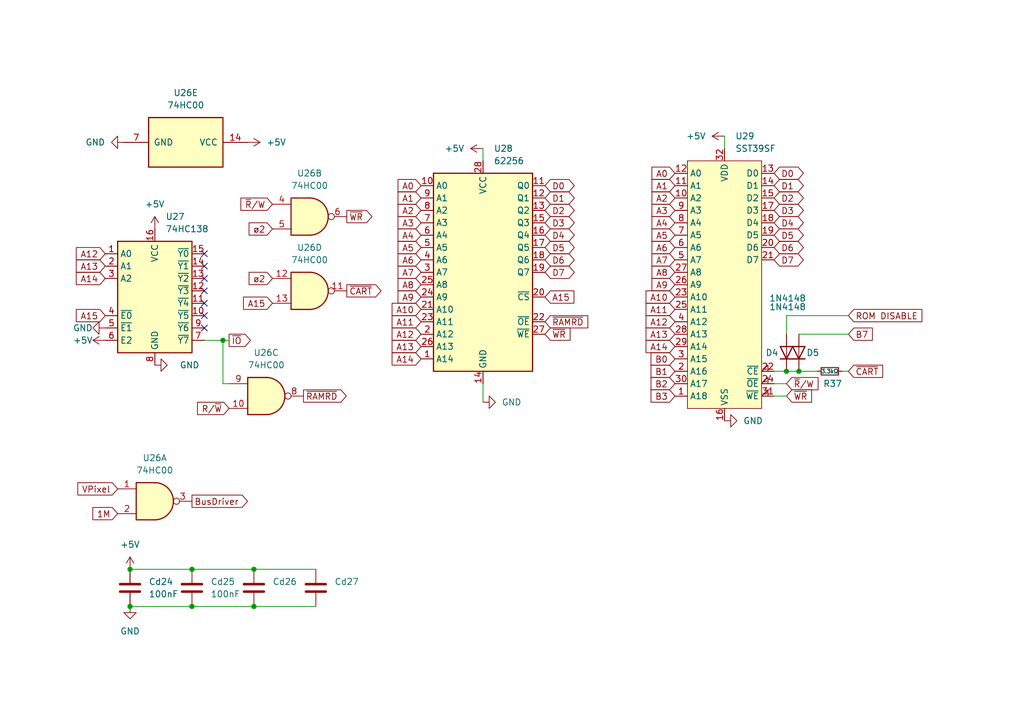
<source format=kicad_sch>
(kicad_sch (version 20231120) (generator "eeschema") (generator_version "8.0")
  (paper "A5")
  (title_block (title "Memory Mapping and RAM"))
  (lib_symbols
    (symbol "74xx:74HC00" (pin_names (offset 1.016))
      (property "Reference" "U" (at 0 1.27 0))
      (property "Value" "74HC00" (at 0 -1.27 0))
      (symbol "74HC00_1_1"
        (arc (start 0 -3.81) (mid 3.7934 0) (end 0 3.81) (stroke (width 0.254)) (fill (type background)))
        (polyline (pts (xy 0 3.81) (xy -3.81 3.81) (xy -3.81 -3.81) (xy 0 -3.81)) (stroke (width 0.254)) (fill (type background)))
        (pin input line (at -7.62 2.54 0) (length 3.81) (name "~") (number "1"))
        (pin input line (at -7.62 -2.54 0) (length 3.81) (name "~") (number "2"))
        (pin output inverted (at 7.62 0 180) (length 3.81) (name "~") (number "3"))
      )
      (symbol "74HC00_1_2"
        (arc (start -3.81 -3.81) (mid -2.589 0) (end -3.81 3.81) (stroke (width 0.254)))
        (arc (start -0.6096 -3.81) (mid 2.1842 -2.5851) (end 3.81 0) (stroke (width 0.254)) (fill (type background)))
        (polyline (pts (xy -3.81 -3.81) (xy -0.635 -3.81)) (stroke (width 0.254)) (fill (type background)))
        (polyline (pts (xy -3.81 3.81) (xy -0.635 3.81)) (stroke (width 0.254)) (fill (type background)))
        (polyline (pts (xy -0.635 3.81) (xy -3.81 3.81) (xy -3.81 3.81) (xy -3.556 3.4036) (xy -3.0226 2.2606) (xy -2.6924 1.0414) (xy -2.6162 -0.254) (xy -2.7686 -1.4986) (xy -3.175 -2.7178) (xy -3.81 -3.81) (xy -3.81 -3.81) (xy -0.635 -3.81)) (stroke (width -25.4)) (fill (type background)))
        (arc (start 3.81 0) (mid 2.1915 2.5936) (end -0.6096 3.81) (stroke (width 0.254)) (fill (type background)))
        (pin input inverted (at -7.62 2.54 0) (length 4.318) (name "~") (number "1"))
        (pin input inverted (at -7.62 -2.54 0) (length 4.318) (name "~") (number "2"))
        (pin output line (at 7.62 0 180) (length 3.81) (name "~") (number "3"))
      )
      (symbol "74HC00_2_1"
        (arc (start 0 -3.81) (mid 3.7934 0) (end 0 3.81) (stroke (width 0.254)) (fill (type background)))
        (polyline (pts (xy 0 3.81) (xy -3.81 3.81) (xy -3.81 -3.81) (xy 0 -3.81)) (stroke (width 0.254)) (fill (type background)))
        (pin input line (at -7.62 2.54 0) (length 3.81) (name "~") (number "4"))
        (pin input line (at -7.62 -2.54 0) (length 3.81) (name "~") (number "5"))
        (pin output inverted (at 7.62 0 180) (length 3.81) (name "~") (number "6"))
      )
      (symbol "74HC00_2_2"
        (arc (start -3.81 -3.81) (mid -2.589 0) (end -3.81 3.81) (stroke (width 0.254)))
        (arc (start -0.6096 -3.81) (mid 2.1842 -2.5851) (end 3.81 0) (stroke (width 0.254)) (fill (type background)))
        (polyline (pts (xy -3.81 -3.81) (xy -0.635 -3.81)) (stroke (width 0.254)) (fill (type background)))
        (polyline (pts (xy -3.81 3.81) (xy -0.635 3.81)) (stroke (width 0.254)) (fill (type background)))
        (polyline (pts (xy -0.635 3.81) (xy -3.81 3.81) (xy -3.81 3.81) (xy -3.556 3.4036) (xy -3.0226 2.2606) (xy -2.6924 1.0414) (xy -2.6162 -0.254) (xy -2.7686 -1.4986) (xy -3.175 -2.7178) (xy -3.81 -3.81) (xy -3.81 -3.81) (xy -0.635 -3.81)) (stroke (width -25.4)) (fill (type background)))
        (arc (start 3.81 0) (mid 2.1915 2.5936) (end -0.6096 3.81) (stroke (width 0.254)) (fill (type background)))
        (pin input inverted (at -7.62 2.54 0) (length 4.318) (name "~") (number "4"))
        (pin input inverted (at -7.62 -2.54 0) (length 4.318) (name "~") (number "5"))
        (pin output line (at 7.62 0 180) (length 3.81) (name "~") (number "6"))
      )
      (symbol "74HC00_3_1"
        (arc (start 0 -3.81) (mid 3.7934 0) (end 0 3.81) (stroke (width 0.254)) (fill (type background)))
        (polyline (pts (xy 0 3.81) (xy -3.81 3.81) (xy -3.81 -3.81) (xy 0 -3.81)) (stroke (width 0.254)) (fill (type background)))
        (pin input line (at -7.62 -2.54 0) (length 3.81) (name "~") (number "10"))
        (pin output inverted (at 7.62 0 180) (length 3.81) (name "~") (number "8"))
        (pin input line (at -7.62 2.54 0) (length 3.81) (name "~") (number "9"))
      )
      (symbol "74HC00_3_2"
        (arc (start -3.81 -3.81) (mid -2.589 0) (end -3.81 3.81) (stroke (width 0.254)))
        (arc (start -0.6096 -3.81) (mid 2.1842 -2.5851) (end 3.81 0) (stroke (width 0.254)) (fill (type background)))
        (polyline (pts (xy -3.81 -3.81) (xy -0.635 -3.81)) (stroke (width 0.254)) (fill (type background)))
        (polyline (pts (xy -3.81 3.81) (xy -0.635 3.81)) (stroke (width 0.254)) (fill (type background)))
        (polyline (pts (xy -0.635 3.81) (xy -3.81 3.81) (xy -3.81 3.81) (xy -3.556 3.4036) (xy -3.0226 2.2606) (xy -2.6924 1.0414) (xy -2.6162 -0.254) (xy -2.7686 -1.4986) (xy -3.175 -2.7178) (xy -3.81 -3.81) (xy -3.81 -3.81) (xy -0.635 -3.81)) (stroke (width -25.4)) (fill (type background)))
        (arc (start 3.81 0) (mid 2.1915 2.5936) (end -0.6096 3.81) (stroke (width 0.254)) (fill (type background)))
        (pin input inverted (at -7.62 -2.54 0) (length 4.318) (name "~") (number "10"))
        (pin output line (at 7.62 0 180) (length 3.81) (name "~") (number "8"))
        (pin input inverted (at -7.62 2.54 0) (length 4.318) (name "~") (number "9"))
      )
      (symbol "74HC00_4_1"
        (arc (start 0 -3.81) (mid 3.7934 0) (end 0 3.81) (stroke (width 0.254)) (fill (type background)))
        (polyline (pts (xy 0 3.81) (xy -3.81 3.81) (xy -3.81 -3.81) (xy 0 -3.81)) (stroke (width 0.254)) (fill (type background)))
        (pin output inverted (at 7.62 0 180) (length 3.81) (name "~") (number "11"))
        (pin input line (at -7.62 2.54 0) (length 3.81) (name "~") (number "12"))
        (pin input line (at -7.62 -2.54 0) (length 3.81) (name "~") (number "13"))
      )
      (symbol "74HC00_4_2"
        (arc (start -3.81 -3.81) (mid -2.589 0) (end -3.81 3.81) (stroke (width 0.254)))
        (arc (start -0.6096 -3.81) (mid 2.1842 -2.5851) (end 3.81 0) (stroke (width 0.254)) (fill (type background)))
        (polyline (pts (xy -3.81 -3.81) (xy -0.635 -3.81)) (stroke (width 0.254)) (fill (type background)))
        (polyline (pts (xy -3.81 3.81) (xy -0.635 3.81)) (stroke (width 0.254)) (fill (type background)))
        (polyline (pts (xy -0.635 3.81) (xy -3.81 3.81) (xy -3.81 3.81) (xy -3.556 3.4036) (xy -3.0226 2.2606) (xy -2.6924 1.0414) (xy -2.6162 -0.254) (xy -2.7686 -1.4986) (xy -3.175 -2.7178) (xy -3.81 -3.81) (xy -3.81 -3.81) (xy -0.635 -3.81)) (stroke (width -25.4)) (fill (type background)))
        (arc (start 3.81 0) (mid 2.1915 2.5936) (end -0.6096 3.81) (stroke (width 0.254)) (fill (type background)))
        (pin output line (at 7.62 0 180) (length 3.81) (name "~") (number "11"))
        (pin input inverted (at -7.62 2.54 0) (length 4.318) (name "~") (number "12"))
        (pin input inverted (at -7.62 -2.54 0) (length 4.318) (name "~") (number "13"))
      )
      (symbol "74HC00_5_0"
        (pin power_in line (at 0 12.7 270) (length 5.08) (name "VCC") (number "14"))
        (pin power_in line (at 0 -12.7 90) (length 5.08) (name "GND") (number "7"))
      )
      (symbol "74HC00_5_1"
        (rectangle (start -5.08 7.62) (end 5.08 -7.62) (stroke (width 0.254)) (fill (type background)))
      )
    )
    (symbol "74xx:74HC138"
      (property "Reference" "U" (at -7.62 13.97 0))
      (property "Value" "74HC138" (at 2.54 -11.43 0))
      (symbol "74HC138_0_1"
        (rectangle (start -7.62 12.7) (end 7.62 -10.16) (stroke (width 0.254)) (fill (type background)))
      )
      (symbol "74HC138_1_1"
        (pin input line (at -10.16 10.16 0) (length 2.54) (name "A0") (number "1"))
        (pin output line (at 10.16 -2.54 180) (length 2.54) (name "~{Y5}") (number "10"))
        (pin output line (at 10.16 0 180) (length 2.54) (name "~{Y4}") (number "11"))
        (pin output line (at 10.16 2.54 180) (length 2.54) (name "~{Y3}") (number "12"))
        (pin output line (at 10.16 5.08 180) (length 2.54) (name "~{Y2}") (number "13"))
        (pin output line (at 10.16 7.62 180) (length 2.54) (name "~{Y1}") (number "14"))
        (pin output line (at 10.16 10.16 180) (length 2.54) (name "~{Y0}") (number "15"))
        (pin power_in line (at 0 15.24 270) (length 2.54) (name "VCC") (number "16"))
        (pin input line (at -10.16 7.62 0) (length 2.54) (name "A1") (number "2"))
        (pin input line (at -10.16 5.08 0) (length 2.54) (name "A2") (number "3"))
        (pin input line (at -10.16 -2.54 0) (length 2.54) (name "~{E0}") (number "4"))
        (pin input line (at -10.16 -5.08 0) (length 2.54) (name "~{E1}") (number "5"))
        (pin input line (at -10.16 -7.62 0) (length 2.54) (name "E2") (number "6"))
        (pin output line (at 10.16 -7.62 180) (length 2.54) (name "~{Y7}") (number "7"))
        (pin power_in line (at 0 -12.7 90) (length 2.54) (name "GND") (number "8"))
        (pin output line (at 10.16 -5.08 180) (length 2.54) (name "~{Y6}") (number "9"))
      )
    )
    (symbol "Device:C" (pin_numbers hide) (pin_names (offset 0.254))
      (property "Reference" "C" (at 0.635 2.54 0))
      (property "Value" "C" (at 0.635 -2.54 0))
      (symbol "C_0_1"
        (polyline (pts (xy -2.032 -0.762) (xy 2.032 -0.762)) (stroke (width 0.508)))
        (polyline (pts (xy -2.032 0.762) (xy 2.032 0.762)) (stroke (width 0.508)))
      )
      (symbol "C_1_1"
        (pin passive line (at 0 3.81 270) (length 2.794) (name "~") (number "1"))
        (pin passive line (at 0 -3.81 90) (length 2.794) (name "~") (number "2"))
      )
    )
    (symbol "Device:R_Small" (pin_numbers hide) (pin_names (offset 0.254) hide)
      (property "Reference" "R" (at 0.762 0.508 0))
      (property "Value" "R_Small" (at 0.762 -1.016 0))
      (symbol "R_Small_0_1"
        (rectangle (start -0.762 1.778) (end 0.762 -1.778) (stroke (width 0.2032)))
      )
      (symbol "R_Small_1_1"
        (pin passive line (at 0 2.54 270) (length 0.762) (name "~") (number "1"))
        (pin passive line (at 0 -2.54 90) (length 0.762) (name "~") (number "2"))
      )
    )
    (symbol "Diode:1N4148" (pin_numbers hide) (pin_names hide)
      (property "Reference" "D" (at 0 2.54 0))
      (property "Value" "1N4148" (at 0 -2.54 0))
      (symbol "1N4148_0_1"
        (polyline (pts (xy -1.27 1.27) (xy -1.27 -1.27)) (stroke (width 0.254)))
        (polyline (pts (xy 1.27 0) (xy -1.27 0)))
        (polyline (pts (xy 1.27 1.27) (xy 1.27 -1.27) (xy -1.27 0) (xy 1.27 1.27)) (stroke (width 0.254)))
      )
      (symbol "1N4148_1_1"
        (pin passive line (at -3.81 0 0) (length 2.54) (name "K") (number "1"))
        (pin passive line (at 3.81 0 180) (length 2.54) (name "A") (number "2"))
      )
    )
    (symbol "Memory_Lib:SST39SF040"
      (property "Reference" "U" (at 11.43 54.61 0))
      (property "Value" "SST39SF040" (at 19.05 52.07 0))
      (symbol "SST39SF040_1_1"
        (rectangle (start 0 50.8) (end 15.24 0) (fill (type background)))
        (pin input line (at -2.54 2.54 0) (length 2.54) (name "A18") (number "1"))
        (pin input line (at -2.54 43.18 0) (length 2.54) (name "A2") (number "10"))
        (pin input line (at -2.54 45.72 0) (length 2.54) (name "A1") (number "11"))
        (pin input line (at -2.54 48.26 0) (length 2.54) (name "A0") (number "12"))
        (pin bidirectional line (at 17.78 48.26 180) (length 2.54) (name "D0") (number "13"))
        (pin bidirectional line (at 17.78 45.72 180) (length 2.54) (name "D1") (number "14"))
        (pin bidirectional line (at 17.78 43.18 180) (length 2.54) (name "D2") (number "15"))
        (pin power_in line (at 7.62 -2.54 90) (length 2.54) (name "VSS") (number "16"))
        (pin bidirectional line (at 17.78 40.64 180) (length 2.54) (name "D3") (number "17"))
        (pin bidirectional line (at 17.78 38.1 180) (length 2.54) (name "D4") (number "18"))
        (pin bidirectional line (at 17.78 35.56 180) (length 2.54) (name "D5") (number "19"))
        (pin input line (at -2.54 7.62 0) (length 2.54) (name "A16") (number "2"))
        (pin bidirectional line (at 17.78 33.02 180) (length 2.54) (name "D6") (number "20"))
        (pin bidirectional line (at 17.78 30.48 180) (length 2.54) (name "D7") (number "21"))
        (pin input input_low (at 17.78 7.62 180) (length 2.54) (name "~{CE}") (number "22"))
        (pin input line (at -2.54 22.86 0) (length 2.54) (name "A10") (number "23"))
        (pin input input_low (at 17.78 5.08 180) (length 2.54) (name "~{OE}") (number "24"))
        (pin input line (at -2.54 20.32 0) (length 2.54) (name "A11") (number "25"))
        (pin input line (at -2.54 25.4 0) (length 2.54) (name "A9") (number "26"))
        (pin input line (at -2.54 27.94 0) (length 2.54) (name "A8") (number "27"))
        (pin input line (at -2.54 15.24 0) (length 2.54) (name "A13") (number "28"))
        (pin input line (at -2.54 12.7 0) (length 2.54) (name "A14") (number "29"))
        (pin input line (at -2.54 10.16 0) (length 2.54) (name "A15") (number "3"))
        (pin input line (at -2.54 5.08 0) (length 2.54) (name "A17") (number "30"))
        (pin input input_low (at 17.78 2.54 180) (length 2.54) (name "~{WE}") (number "31"))
        (pin power_in line (at 7.62 53.34 270) (length 2.54) (name "VDD") (number "32"))
        (pin input line (at -2.54 17.78 0) (length 2.54) (name "A12") (number "4"))
        (pin input line (at -2.54 30.48 0) (length 2.54) (name "A7") (number "5"))
        (pin input line (at -2.54 33.02 0) (length 2.54) (name "A6") (number "6"))
        (pin input line (at -2.54 35.56 0) (length 2.54) (name "A5") (number "7"))
        (pin input line (at -2.54 38.1 0) (length 2.54) (name "A4") (number "8"))
        (pin input line (at -2.54 40.64 0) (length 2.54) (name "A3") (number "9"))
      )
    )
    (symbol "Memory_RAM:HM62256BLP"
      (property "Reference" "U" (at -10.16 20.955 0))
      (property "Value" "HM62256BLP" (at 2.54 20.955 0))
      (symbol "HM62256BLP_0_0"
        (pin power_in line (at 0 -22.86 90) (length 2.54) (name "GND") (number "14"))
        (pin power_in line (at 0 22.86 270) (length 2.54) (name "VCC") (number "28"))
      )
      (symbol "HM62256BLP_0_1"
        (rectangle (start -10.16 20.32) (end 10.16 -20.32) (stroke (width 0.254)) (fill (type background)))
      )
      (symbol "HM62256BLP_1_1"
        (pin input line (at -12.7 -17.78 0) (length 2.54) (name "A14") (number "1"))
        (pin input line (at -12.7 17.78 0) (length 2.54) (name "A0") (number "10"))
        (pin tri_state line (at 12.7 17.78 180) (length 2.54) (name "Q0") (number "11"))
        (pin tri_state line (at 12.7 15.24 180) (length 2.54) (name "Q1") (number "12"))
        (pin tri_state line (at 12.7 12.7 180) (length 2.54) (name "Q2") (number "13"))
        (pin tri_state line (at 12.7 10.16 180) (length 2.54) (name "Q3") (number "15"))
        (pin tri_state line (at 12.7 7.62 180) (length 2.54) (name "Q4") (number "16"))
        (pin tri_state line (at 12.7 5.08 180) (length 2.54) (name "Q5") (number "17"))
        (pin tri_state line (at 12.7 2.54 180) (length 2.54) (name "Q6") (number "18"))
        (pin tri_state line (at 12.7 0 180) (length 2.54) (name "Q7") (number "19"))
        (pin input line (at -12.7 -12.7 0) (length 2.54) (name "A12") (number "2"))
        (pin input line (at 12.7 -5.08 180) (length 2.54) (name "~{CS}") (number "20"))
        (pin input line (at -12.7 -7.62 0) (length 2.54) (name "A10") (number "21"))
        (pin input line (at 12.7 -10.16 180) (length 2.54) (name "~{OE}") (number "22"))
        (pin input line (at -12.7 -10.16 0) (length 2.54) (name "A11") (number "23"))
        (pin input line (at -12.7 -5.08 0) (length 2.54) (name "A9") (number "24"))
        (pin input line (at -12.7 -2.54 0) (length 2.54) (name "A8") (number "25"))
        (pin input line (at -12.7 -15.24 0) (length 2.54) (name "A13") (number "26"))
        (pin input line (at 12.7 -12.7 180) (length 2.54) (name "~{WE}") (number "27"))
        (pin input line (at -12.7 0 0) (length 2.54) (name "A7") (number "3"))
        (pin input line (at -12.7 2.54 0) (length 2.54) (name "A6") (number "4"))
        (pin input line (at -12.7 5.08 0) (length 2.54) (name "A5") (number "5"))
        (pin input line (at -12.7 7.62 0) (length 2.54) (name "A4") (number "6"))
        (pin input line (at -12.7 10.16 0) (length 2.54) (name "A3") (number "7"))
        (pin input line (at -12.7 12.7 0) (length 2.54) (name "A2") (number "8"))
        (pin input line (at -12.7 15.24 0) (length 2.54) (name "A1") (number "9"))
      )
    )
    (symbol "power:+5V" (power) (pin_names (offset 0))
      (property "Value" "+5V" (at 0 3.556 0))
      (symbol "+5V_0_1"
        (polyline (pts (xy -0.762 1.27) (xy 0 2.54)))
        (polyline (pts (xy 0 0) (xy 0 2.54)))
        (polyline (pts (xy 0 2.54) (xy 0.762 1.27)))
      )
      (symbol "+5V_1_1"
        (pin power_in line (at 0 0 90) (length 0) hide (name "+5V") (number "1"))
      )
    )
    (symbol "power:GND" (power) (pin_names (offset 0))
      (property "Value" "GND" (at 0 -3.81 0))
      (symbol "GND_0_1"
        (polyline (pts (xy 0 0) (xy 0 -1.27) (xy 1.27 -1.27) (xy 0 -2.54) (xy -1.27 -1.27) (xy 0 -1.27)))
      )
      (symbol "GND_1_1"
        (pin power_in line (at 0 0 270) (length 0) hide (name "GND") (number "1"))
      )
    )
  )
  (junction (at 26.67 124.46))
  (junction (at 52.07 124.46))
  (junction (at 163.83 76.2))
  (junction (at 161.29 76.2))
  (junction (at 45.72 69.85))
  (junction (at 52.07 116.84))
  (junction (at 26.67 116.84))
  (junction (at 39.37 116.84))
  (junction (at 39.37 124.46))
  (no_connect (at 41.91 52.07))
  (no_connect (at 41.91 62.23))
  (no_connect (at 41.91 67.31))
  (no_connect (at 41.91 54.61))
  (no_connect (at 41.91 64.77))
  (no_connect (at 41.91 57.15))
  (no_connect (at 41.91 59.69))
  (wire (pts (xy 39.37 124.46) (xy 52.07 124.46)))
  (wire (pts (xy 26.67 116.84) (xy 39.37 116.84)))
  (wire (pts (xy 163.83 68.58) (xy 173.99 68.58)))
  (wire (pts (xy 26.67 124.46) (xy 39.37 124.46)))
  (wire (pts (xy 99.06 78.74) (xy 99.06 82.55)))
  (wire (pts (xy 52.07 116.84) (xy 64.77 116.84)))
  (wire (pts (xy 173.99 64.77) (xy 161.29 64.77)))
  (wire (pts (xy 163.83 76.2) (xy 167.64 76.2)))
  (wire (pts (xy 52.07 124.46) (xy 64.77 124.46)))
  (wire (pts (xy 161.29 64.77) (xy 161.29 68.58)))
  (wire (pts (xy 158.75 78.74) (xy 161.29 78.74)))
  (wire (pts (xy 161.29 81.28) (xy 158.75 81.28)))
  (wire (pts (xy 45.72 69.85) (xy 41.91 69.85)))
  (wire (pts (xy 99.06 30.48) (xy 99.06 33.02)))
  (wire (pts (xy 148.59 27.94) (xy 148.59 30.48)))
  (wire (pts (xy 46.99 69.85) (xy 45.72 69.85)))
  (wire (pts (xy 46.99 78.74) (xy 45.72 78.74)))
  (wire (pts (xy 161.29 76.2) (xy 163.83 76.2)))
  (wire (pts (xy 158.75 76.2) (xy 161.29 76.2)))
  (wire (pts (xy 39.37 116.84) (xy 52.07 116.84)))
  (wire (pts (xy 45.72 78.74) (xy 45.72 69.85)))
  (wire (pts (xy 172.72 76.2) (xy 173.99 76.2)))
  (global_label "A0" (shape input) (at 138.43 35.56 180) (property "Intersheetrefs" "${INTERSHEET_REFS}" (effects (hide yes))))
  (global_label "D5" (shape bidirectional) (at 111.76 50.8 0) (property "Intersheetrefs" "${INTERSHEET_REFS}" (effects (hide yes))))
  (global_label "~{IO}" (shape output) (at 46.99 69.85 0) (property "Intersheetrefs" "${INTERSHEET_REFS}" (effects (hide yes))))
  (global_label "A4" (shape input) (at 86.36 48.26 180) (property "Intersheetrefs" "${INTERSHEET_REFS}" (effects (hide yes))))
  (global_label "~{CART}" (shape input) (at 173.99 76.2 0) (property "Intersheetrefs" "${INTERSHEET_REFS}" (effects (hide yes))))
  (global_label "A10" (shape input) (at 86.36 63.5 180) (property "Intersheetrefs" "${INTERSHEET_REFS}" (effects (hide yes))))
  (global_label "A5" (shape input) (at 86.36 50.8 180) (property "Intersheetrefs" "${INTERSHEET_REFS}" (effects (hide yes))))
  (global_label "~{WR}" (shape output) (at 71.12 44.45 0) (property "Intersheetrefs" "${INTERSHEET_REFS}" (effects (hide yes))))
  (global_label "A0" (shape input) (at 86.36 38.1 180) (property "Intersheetrefs" "${INTERSHEET_REFS}" (effects (hide yes))))
  (global_label "~{R}{slash}W" (shape input) (at 161.29 78.74 0) (property "Intersheetrefs" "${INTERSHEET_REFS}" (effects (hide yes))))
  (global_label "D1" (shape bidirectional) (at 158.75 38.1 0) (property "Intersheetrefs" "${INTERSHEET_REFS}" (effects (hide yes))))
  (global_label "D2" (shape bidirectional) (at 158.75 40.64 0) (property "Intersheetrefs" "${INTERSHEET_REFS}" (effects (hide yes))))
  (global_label "D4" (shape bidirectional) (at 158.75 45.72 0) (property "Intersheetrefs" "${INTERSHEET_REFS}" (effects (hide yes))))
  (global_label "A13" (shape input) (at 21.59 54.61 180) (property "Intersheetrefs" "${INTERSHEET_REFS}" (effects (hide yes))))
  (global_label "A12" (shape input) (at 86.36 68.58 180) (property "Intersheetrefs" "${INTERSHEET_REFS}" (effects (hide yes))))
  (global_label "BusDriver" (shape output) (at 39.37 102.87 0) (property "Intersheetrefs" "${INTERSHEET_REFS}" (effects (hide yes))))
  (global_label "A14" (shape input) (at 138.43 71.12 180) (property "Intersheetrefs" "${INTERSHEET_REFS}" (effects (hide yes))))
  (global_label "~{WR}" (shape input) (at 161.29 81.28 0) (property "Intersheetrefs" "${INTERSHEET_REFS}" (effects (hide yes))))
  (global_label "ø2" (shape input) (at 55.88 46.99 180) (property "Intersheetrefs" "${INTERSHEET_REFS}" (effects (hide yes))))
  (global_label "A8" (shape input) (at 138.43 55.88 180) (property "Intersheetrefs" "${INTERSHEET_REFS}" (effects (hide yes))))
  (global_label "D3" (shape bidirectional) (at 158.75 43.18 0) (property "Intersheetrefs" "${INTERSHEET_REFS}" (effects (hide yes))))
  (global_label "A13" (shape input) (at 138.43 68.58 180) (property "Intersheetrefs" "${INTERSHEET_REFS}" (effects (hide yes))))
  (global_label "B7" (shape input) (at 173.99 68.58 0) (property "Intersheetrefs" "${INTERSHEET_REFS}" (effects (hide yes))))
  (global_label "A2" (shape input) (at 86.36 43.18 180) (property "Intersheetrefs" "${INTERSHEET_REFS}" (effects (hide yes))))
  (global_label "A14" (shape input) (at 86.36 73.66 180) (property "Intersheetrefs" "${INTERSHEET_REFS}" (effects (hide yes))))
  (global_label "A7" (shape input) (at 138.43 53.34 180) (property "Intersheetrefs" "${INTERSHEET_REFS}" (effects (hide yes))))
  (global_label "D6" (shape bidirectional) (at 111.76 53.34 0) (property "Intersheetrefs" "${INTERSHEET_REFS}" (effects (hide yes))))
  (global_label "1M" (shape input) (at 24.13 105.41 180) (property "Intersheetrefs" "${INTERSHEET_REFS}" (effects (hide yes))))
  (global_label "A15" (shape input) (at 21.59 64.77 180) (property "Intersheetrefs" "${INTERSHEET_REFS}" (effects (hide yes))))
  (global_label "B1" (shape input) (at 138.43 76.2 180) (property "Intersheetrefs" "${INTERSHEET_REFS}" (effects (hide yes))))
  (global_label "D0" (shape bidirectional) (at 158.75 35.56 0) (property "Intersheetrefs" "${INTERSHEET_REFS}" (effects (hide yes))))
  (global_label "D4" (shape bidirectional) (at 111.76 48.26 0) (property "Intersheetrefs" "${INTERSHEET_REFS}" (effects (hide yes))))
  (global_label "A15" (shape input) (at 55.88 62.23 180) (property "Intersheetrefs" "${INTERSHEET_REFS}" (effects (hide yes))))
  (global_label "D3" (shape bidirectional) (at 111.76 45.72 0) (property "Intersheetrefs" "${INTERSHEET_REFS}" (effects (hide yes))))
  (global_label "~{RAMRD}" (shape input) (at 111.76 66.04 0) (property "Intersheetrefs" "${INTERSHEET_REFS}" (effects (hide yes))))
  (global_label "A6" (shape input) (at 86.36 53.34 180) (property "Intersheetrefs" "${INTERSHEET_REFS}" (effects (hide yes))))
  (global_label "R{slash}~{W}" (shape input) (at 46.99 83.82 180) (property "Intersheetrefs" "${INTERSHEET_REFS}" (effects (hide yes))))
  (global_label "D2" (shape bidirectional) (at 111.76 43.18 0) (property "Intersheetrefs" "${INTERSHEET_REFS}" (effects (hide yes))))
  (global_label "ø2" (shape input) (at 55.88 57.15 180) (property "Intersheetrefs" "${INTERSHEET_REFS}" (effects (hide yes))))
  (global_label "A11" (shape input) (at 138.43 63.5 180) (property "Intersheetrefs" "${INTERSHEET_REFS}" (effects (hide yes))))
  (global_label "ROM DISABLE" (shape input) (at 173.99 64.77 0) (property "Intersheetrefs" "${INTERSHEET_REFS}" (effects (hide yes))))
  (global_label "~{WR}" (shape input) (at 111.76 68.58 0) (property "Intersheetrefs" "${INTERSHEET_REFS}" (effects (hide yes))))
  (global_label "A15" (shape input) (at 111.76 60.96 0) (property "Intersheetrefs" "${INTERSHEET_REFS}" (effects (hide yes))))
  (global_label "VPixel" (shape input) (at 24.13 100.33 180) (property "Intersheetrefs" "${INTERSHEET_REFS}" (effects (hide yes))))
  (global_label "A13" (shape input) (at 86.36 71.12 180) (property "Intersheetrefs" "${INTERSHEET_REFS}" (effects (hide yes))))
  (global_label "D6" (shape bidirectional) (at 158.75 50.8 0) (property "Intersheetrefs" "${INTERSHEET_REFS}" (effects (hide yes))))
  (global_label "A3" (shape input) (at 86.36 45.72 180) (property "Intersheetrefs" "${INTERSHEET_REFS}" (effects (hide yes))))
  (global_label "B0" (shape input) (at 138.43 73.66 180) (property "Intersheetrefs" "${INTERSHEET_REFS}" (effects (hide yes))))
  (global_label "A6" (shape input) (at 138.43 50.8 180) (property "Intersheetrefs" "${INTERSHEET_REFS}" (effects (hide yes))))
  (global_label "D7" (shape bidirectional) (at 111.76 55.88 0) (property "Intersheetrefs" "${INTERSHEET_REFS}" (effects (hide yes))))
  (global_label "~{R}{slash}W" (shape input) (at 55.88 41.91 180) (property "Intersheetrefs" "${INTERSHEET_REFS}" (effects (hide yes))))
  (global_label "D5" (shape bidirectional) (at 158.75 48.26 0) (property "Intersheetrefs" "${INTERSHEET_REFS}" (effects (hide yes))))
  (global_label "A14" (shape input) (at 21.59 57.15 180) (property "Intersheetrefs" "${INTERSHEET_REFS}" (effects (hide yes))))
  (global_label "A7" (shape input) (at 86.36 55.88 180) (property "Intersheetrefs" "${INTERSHEET_REFS}" (effects (hide yes))))
  (global_label "A1" (shape input) (at 86.36 40.64 180) (property "Intersheetrefs" "${INTERSHEET_REFS}" (effects (hide yes))))
  (global_label "A10" (shape input) (at 138.43 60.96 180) (property "Intersheetrefs" "${INTERSHEET_REFS}" (effects (hide yes))))
  (global_label "~{RAMRD}" (shape output) (at 62.23 81.28 0) (property "Intersheetrefs" "${INTERSHEET_REFS}" (effects (hide yes))))
  (global_label "B3" (shape input) (at 138.43 81.28 180) (property "Intersheetrefs" "${INTERSHEET_REFS}" (effects (hide yes))))
  (global_label "A2" (shape input) (at 138.43 40.64 180) (property "Intersheetrefs" "${INTERSHEET_REFS}" (effects (hide yes))))
  (global_label "A3" (shape input) (at 138.43 43.18 180) (property "Intersheetrefs" "${INTERSHEET_REFS}" (effects (hide yes))))
  (global_label "A11" (shape input) (at 86.36 66.04 180) (property "Intersheetrefs" "${INTERSHEET_REFS}" (effects (hide yes))))
  (global_label "A12" (shape input) (at 138.43 66.04 180) (property "Intersheetrefs" "${INTERSHEET_REFS}" (effects (hide yes))))
  (global_label "A5" (shape input) (at 138.43 48.26 180) (property "Intersheetrefs" "${INTERSHEET_REFS}" (effects (hide yes))))
  (global_label "D7" (shape bidirectional) (at 158.75 53.34 0) (property "Intersheetrefs" "${INTERSHEET_REFS}" (effects (hide yes))))
  (global_label "A8" (shape input) (at 86.36 58.42 180) (property "Intersheetrefs" "${INTERSHEET_REFS}" (effects (hide yes))))
  (global_label "A1" (shape input) (at 138.43 38.1 180) (property "Intersheetrefs" "${INTERSHEET_REFS}" (effects (hide yes))))
  (global_label "B2" (shape input) (at 138.43 78.74 180) (property "Intersheetrefs" "${INTERSHEET_REFS}" (effects (hide yes))))
  (global_label "A4" (shape input) (at 138.43 45.72 180) (property "Intersheetrefs" "${INTERSHEET_REFS}" (effects (hide yes))))
  (global_label "A9" (shape input) (at 86.36 60.96 180) (property "Intersheetrefs" "${INTERSHEET_REFS}" (effects (hide yes))))
  (global_label "A12" (shape input) (at 21.59 52.07 180) (property "Intersheetrefs" "${INTERSHEET_REFS}" (effects (hide yes))))
  (global_label "A9" (shape input) (at 138.43 58.42 180) (property "Intersheetrefs" "${INTERSHEET_REFS}" (effects (hide yes))))
  (global_label "D0" (shape bidirectional) (at 111.76 38.1 0) (property "Intersheetrefs" "${INTERSHEET_REFS}" (effects (hide yes))))
  (global_label "~{CART}" (shape output) (at 71.12 59.69 0) (property "Intersheetrefs" "${INTERSHEET_REFS}" (effects (hide yes))))
  (global_label "D1" (shape bidirectional) (at 111.76 40.64 0) (property "Intersheetrefs" "${INTERSHEET_REFS}" (effects (hide yes))))
  (symbol (lib_id "Memory_RAM:HM62256BLP") (at 99.06 55.88 0) (unit 1)
    (property "Reference" "U28" (at 101.2541 30.48 0) (effects (justify left)))
    (property "Value" "62256" (at 101.2541 33.02 0) (effects (justify left)))
    (property "Footprint" "PCM_Package_DIP_AKL:DIP-28_W15.24mm_Socket_LongPads" (effects (hide yes)))
    (property "Datasheet" "https://web.mit.edu/6.115/www/document/62256.pdf" (effects (hide yes)))
  )
  (symbol (lib_id "74xx:74HC00") (at 63.5 59.69 0) (unit 4)
    (property "Reference" "U26" (at 63.4917 50.8 0))
    (property "Value" "74HC00" (at 63.4917 53.34 0))
    (property "Footprint" "PCM_Package_DIP_AKL:DIP-14_W7.62mm_Socket_LongPads" (effects (hide yes)))
    (property "Datasheet" "http://www.ti.com/lit/gpn/sn74hc00" (effects (hide yes)))
  )
  (symbol (lib_id "74xx:74HC00") (at 38.1 29.21 270) (unit 5)
    (property "Reference" "U26" (at 38.1 19.05 90))
    (property "Value" "74HC00" (at 38.1 21.59 90))
    (property "Footprint" "PCM_Package_DIP_AKL:DIP-14_W7.62mm_Socket_LongPads" (effects (hide yes)))
    (property "Datasheet" "http://www.ti.com/lit/gpn/sn74hc00" (effects (hide yes)))
  )
  (symbol (lib_id "74xx:74HC00") (at 54.61 81.28 0) (unit 3)
    (property "Reference" "U26" (at 54.6017 72.39 0))
    (property "Value" "74HC00" (at 54.6017 74.93 0))
    (property "Footprint" "PCM_Package_DIP_AKL:DIP-14_W7.62mm_Socket_LongPads" (effects (hide yes)))
    (property "Datasheet" "http://www.ti.com/lit/gpn/sn74hc00" (effects (hide yes)))
  )
  (symbol (lib_id "Device:C") (at 64.77 120.65 0) (unit 1)
    (property "Reference" "Cd27" (at 68.58 119.38 0) (effects (justify left)))
    (property "Value" "100nF" (effects (hide yes)))
    (property "Footprint" "Capacitor_THT:C_Disc_D3.0mm_W1.6mm_P2.50mm" (effects (hide yes)))
  )
  (symbol (lib_id "Device:C") (at 39.37 120.65 0) (unit 1)
    (property "Reference" "Cd25" (at 43.18 119.38 0) (effects (justify left)))
    (property "Value" "100nF" (at 43.18 121.92 0) (effects (justify left)))
    (property "Footprint" "Capacitor_THT:C_Disc_D3.0mm_W1.6mm_P2.50mm" (effects (hide yes)))
  )
  (symbol (lib_id "power:GND") (at 99.06 82.55 90) (unit 1)
    (property "Reference" "#PWR0126" (effects (hide yes)))
    (property "Value" "GND" (at 102.87 82.55 90) (effects (justify right)))
  )
  (symbol (lib_id "power:GND") (at 26.67 124.46 0) (unit 1)
    (property "Reference" "#PWR0118" (effects (hide yes)))
    (property "Value" "GND" (at 26.67 129.54 0))
  )
  (symbol (lib_id "Diode:1N4148") (at 161.29 72.39 90) (unit 1)
    (property "Reference" "D4" (at 156.972 72.39 90) (effects (justify right)))
    (property "Value" "1N4148" (at 157.734 62.992 90) (effects (justify right)))
    (property "Footprint" "Diode_THT:D_DO-34_SOD68_P7.62mm_Horizontal" (effects (hide yes)))
    (property "Datasheet" "https://assets.nexperia.com/documents/data-sheet/1N4148_1N4448.pdf" (effects (hide yes)))
    (property "Description" "100V 0.15A standard switching diode, DO-35" (effects (hide yes)))
    (property "Sim.Device" "D" (effects (hide yes)))
    (property "Sim.Pins" "1=K 2=A" (effects (hide yes)))
  )
  (symbol (lib_id "Device:C") (at 26.67 120.65 0) (unit 1)
    (property "Reference" "Cd24" (at 30.48 119.38 0) (effects (justify left)))
    (property "Value" "100nF" (at 30.48 121.92 0) (effects (justify left)))
    (property "Footprint" "Capacitor_THT:C_Disc_D3.0mm_W1.6mm_P2.50mm" (effects (hide yes)))
  )
  (symbol (lib_id "74xx:74HC00") (at 63.5 44.45 0) (unit 2)
    (property "Reference" "U26" (at 63.4917 35.56 0))
    (property "Value" "74HC00" (at 63.4917 38.1 0))
    (property "Footprint" "PCM_Package_DIP_AKL:DIP-14_W7.62mm_Socket_LongPads" (effects (hide yes)))
    (property "Datasheet" "http://www.ti.com/lit/gpn/sn74hc00" (effects (hide yes)))
  )
  (symbol (lib_id "Device:R_Small") (at 170.18 76.2 270) (unit 1)
    (property "Reference" "R37" (at 172.72 78.74 90) (effects (justify right)))
    (property "Value" "3.3kΩ" (at 170.18 76.2 90) (effects (font (size 0.8 0.8))))
    (property "Footprint" "SMAL:R_Horizontal" (effects (hide yes)))
  )
  (symbol (lib_id "74xx:74HC138") (at 31.75 62.23 0) (unit 1)
    (property "Reference" "U27" (at 33.9441 44.45 0) (effects (justify left)))
    (property "Value" "74HC138" (at 33.9441 46.99 0) (effects (justify left)))
    (property "Footprint" "Package_DIP:DIP-16_W7.62mm_Socket_LongPads" (effects (hide yes)))
    (property "Datasheet" "http://www.ti.com/lit/ds/symlink/cd74hc238.pdf" (effects (hide yes)))
    (property "Description" "3-to-8 line decoder/multiplexer inverting, DIP-16/SOIC-16/SSOP-16" (effects (hide yes)))
  )
  (symbol (lib_id "power:+5V") (at 26.67 116.84 0) (unit 1)
    (property "Reference" "#PWR0117" (effects (hide yes)))
    (property "Value" "+5V" (at 26.67 111.76 0))
  )
  (symbol (lib_id "power:GND") (at 148.59 86.36 90) (unit 1)
    (property "Reference" "#PWR0129" (effects (hide yes)))
    (property "Value" "GND" (at 152.4 86.36 90) (effects (justify right)))
  )
  (symbol (lib_id "power:+5V") (at 148.59 27.94 90) (unit 1)
    (property "Reference" "#PWR0128" (effects (hide yes)))
    (property "Value" "+5V" (at 144.78 27.94 90) (effects (justify left)))
  )
  (symbol (lib_id "power:+5V") (at 31.75 46.99 0) (unit 1)
    (property "Reference" "#PWR0183" (effects (hide yes)))
    (property "Value" "+5V" (at 31.75 41.91 0))
  )
  (symbol (lib_id "Device:C") (at 52.07 120.65 0) (unit 1)
    (property "Reference" "Cd26" (at 55.88 119.38 0) (effects (justify left)))
    (property "Value" "100nF" (effects (hide yes)))
    (property "Footprint" "Capacitor_THT:C_Disc_D3.0mm_W1.6mm_P2.50mm" (effects (hide yes)))
  )
  (symbol (lib_id "power:GND") (at 25.4 29.21 270) (unit 1)
    (property "Reference" "#PWR0112" (effects (hide yes)))
    (property "Value" "GND" (at 21.59 29.21 90) (effects (justify right)))
  )
  (symbol (lib_id "power:+5V") (at 50.8 29.21 270) (unit 1)
    (property "Reference" "#PWR0121" (effects (hide yes)))
    (property "Value" "+5V" (at 54.61 29.21 90) (effects (justify left)))
  )
  (symbol (lib_id "power:GND") (at 21.59 67.31 270) (unit 1)
    (property "Reference" "#PWR0144" (effects (hide yes)))
    (property "Value" "GND" (at 19.05 67.3099 90) (effects (justify right)))
  )
  (symbol (lib_id "power:GND") (at 31.75 74.93 90) (unit 1)
    (property "Reference" "#PWR0184" (effects (hide yes)))
    (property "Value" "GND" (at 36.83 74.9299 90) (effects (justify right)))
  )
  (symbol (lib_id "power:+5V") (at 21.59 69.85 90) (unit 1)
    (property "Reference" "#PWR0182" (effects (hide yes)))
    (property "Value" "+5V" (at 19.05 69.8499 90) (effects (justify left)))
  )
  (symbol (lib_id "74xx:74HC00") (at 31.75 102.87 0) (unit 1)
    (property "Reference" "U26" (at 31.7417 93.98 0))
    (property "Value" "74HC00" (at 31.7417 96.52 0))
    (property "Footprint" "PCM_Package_DIP_AKL:DIP-14_W7.62mm_Socket_LongPads" (effects (hide yes)))
    (property "Datasheet" "http://www.ti.com/lit/gpn/sn74hc00" (effects (hide yes)))
  )
  (symbol (lib_id "Memory_Lib:SST39SF040") (at 140.97 83.82 0) (unit 1)
    (property "Reference" "U29" (at 150.7841 27.94 0) (effects (justify left)))
    (property "Value" "SST39SF" (at 150.7841 30.48 0) (effects (justify left)))
    (property "Footprint" "PCM_Package_LCC_AKL:PLCC-32_THT-Socket" (effects (hide yes)))
    (property "Datasheet" "https://ww1.microchip.com/downloads/aemDocuments/documents/OTH/ProductDocuments/DataSheets/20005022C.pdf" (effects (hide yes)))
  )
  (symbol (lib_id "Diode:1N4148") (at 163.83 72.39 90) (unit 1)
    (property "Reference" "D5" (at 165.354 72.39 90) (effects (justify right)))
    (property "Value" "1N4148" (at 157.734 61.214 90) (effects (justify right)))
    (property "Footprint" "Diode_THT:D_DO-34_SOD68_P7.62mm_Horizontal" (effects (hide yes)))
    (property "Datasheet" "https://assets.nexperia.com/documents/data-sheet/1N4148_1N4448.pdf" (effects (hide yes)))
    (property "Description" "100V 0.15A standard switching diode, DO-35" (effects (hide yes)))
    (property "Sim.Device" "D" (effects (hide yes)))
    (property "Sim.Pins" "1=K 2=A" (effects (hide yes)))
  )
  (symbol (lib_id "power:+5V") (at 99.06 30.48 90) (unit 1)
    (property "Reference" "#PWR0125" (effects (hide yes)))
    (property "Value" "+5V" (at 95.25 30.48 90) (effects (justify left)))
  )
)
</source>
